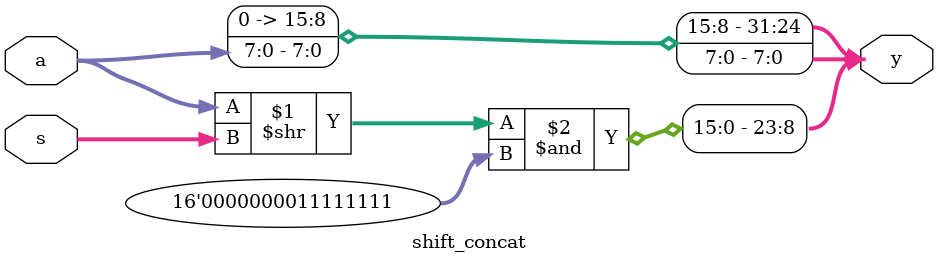
<source format=v>
module shift_concat(
  input  wire [15:0] a,
  input  wire [3:0]  s,
  output wire [31:0] y
);
  assign y = { (a >> s) & 16'hFF, a[7:0] };
endmodule

</source>
